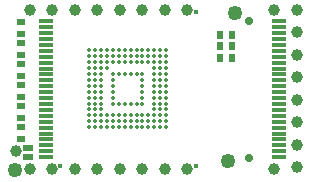
<source format=gbr>
%TF.GenerationSoftware,KiCad,Pcbnew,5.1.0-rc2-unknown-036be7d~80~ubuntu16.04.1*%
%TF.CreationDate,2022-06-01T13:33:31+03:00*%
%TF.ProjectId,Flash-e_Rev_C,466c6173-682d-4655-9f52-65765f432e6b,A*%
%TF.SameCoordinates,Original*%
%TF.FileFunction,Soldermask,Top*%
%TF.FilePolarity,Negative*%
%FSLAX46Y46*%
G04 Gerber Fmt 4.6, Leading zero omitted, Abs format (unit mm)*
G04 Created by KiCad (PCBNEW 5.1.0-rc2-unknown-036be7d~80~ubuntu16.04.1) date 2022-06-01 13:33:31*
%MOMM*%
%LPD*%
G04 APERTURE LIST*
%ADD10C,0.701600*%
%ADD11C,0.350000*%
%ADD12C,0.400000*%
%ADD13R,1.300000X0.350000*%
%ADD14C,1.001600*%
%ADD15R,0.863600X0.609600*%
%ADD16C,1.254000*%
%ADD17R,0.651600X0.601600*%
%ADD18R,0.601600X0.651600*%
G04 APERTURE END LIST*
D10*
%TO.C,Flash_CON1*%
X152630000Y-85640000D03*
X152630000Y-97240000D03*
%TD*%
D11*
%TO.C,U2*%
X139150000Y-88150000D03*
X139650000Y-88150000D03*
X140150000Y-88150000D03*
X140650000Y-88150000D03*
X141150000Y-88150000D03*
X141650000Y-88150000D03*
X142150000Y-88150000D03*
X142650000Y-88150000D03*
X143150000Y-88150000D03*
X143650000Y-88150000D03*
X144150000Y-88150000D03*
X145650000Y-88150000D03*
X145150000Y-88150000D03*
X144650000Y-88150000D03*
X144650000Y-88650000D03*
X145150000Y-88650000D03*
X145650000Y-88650000D03*
X144150000Y-88650000D03*
X143650000Y-88650000D03*
X143150000Y-88650000D03*
X142650000Y-88650000D03*
X142150000Y-88650000D03*
X141650000Y-88650000D03*
X141150000Y-88650000D03*
X140650000Y-88650000D03*
X140150000Y-88650000D03*
X139650000Y-88650000D03*
X139150000Y-88650000D03*
X139150000Y-89150000D03*
X139650000Y-89150000D03*
X140150000Y-89150000D03*
X140650000Y-89150000D03*
X141150000Y-89150000D03*
X141650000Y-89150000D03*
X142150000Y-89150000D03*
X142650000Y-89150000D03*
X143150000Y-89150000D03*
X143650000Y-89150000D03*
X144150000Y-89150000D03*
X145650000Y-89150000D03*
X145150000Y-89150000D03*
X144650000Y-89150000D03*
X144650000Y-89650000D03*
X145150000Y-89650000D03*
X145650000Y-89650000D03*
X140650000Y-89650000D03*
X140150000Y-89650000D03*
X139650000Y-89650000D03*
X139150000Y-89650000D03*
X144650000Y-90150000D03*
X145150000Y-90150000D03*
X145650000Y-90150000D03*
X143650000Y-90150000D03*
X143150000Y-90150000D03*
X142650000Y-90150000D03*
X142150000Y-90150000D03*
X141650000Y-90150000D03*
X141150000Y-90150000D03*
X140150000Y-90150000D03*
X139650000Y-90150000D03*
X139150000Y-90150000D03*
X139150000Y-90650000D03*
X139650000Y-90650000D03*
X140150000Y-90650000D03*
X141150000Y-90650000D03*
X143650000Y-90650000D03*
X145650000Y-90650000D03*
X145150000Y-90650000D03*
X144650000Y-90650000D03*
X144650000Y-91150000D03*
X145150000Y-91150000D03*
X145650000Y-91150000D03*
X143650000Y-91150000D03*
X141150000Y-91150000D03*
X140150000Y-91150000D03*
X139650000Y-91150000D03*
X139150000Y-91150000D03*
X139150000Y-92150000D03*
X139650000Y-92150000D03*
X140150000Y-92150000D03*
X141150000Y-92150000D03*
X143650000Y-92150000D03*
X145650000Y-92150000D03*
X145150000Y-92150000D03*
X144650000Y-92150000D03*
X144650000Y-91650000D03*
X145150000Y-91650000D03*
X145650000Y-91650000D03*
X143650000Y-91650000D03*
X141150000Y-91650000D03*
X140150000Y-91650000D03*
X139650000Y-91650000D03*
X139150000Y-91650000D03*
X139150000Y-92650000D03*
X139650000Y-92650000D03*
X140150000Y-92650000D03*
X141150000Y-92650000D03*
X141650000Y-92650000D03*
X142150000Y-92650000D03*
X142650000Y-92650000D03*
X143150000Y-92650000D03*
X143650000Y-92650000D03*
X145650000Y-92650000D03*
X145150000Y-92650000D03*
X144650000Y-92650000D03*
X139150000Y-93150000D03*
X139650000Y-93150000D03*
X140150000Y-93150000D03*
X145650000Y-93150000D03*
X145150000Y-93150000D03*
X144650000Y-93150000D03*
X144650000Y-94650000D03*
X145150000Y-94650000D03*
X145650000Y-94650000D03*
X144150000Y-94650000D03*
X143650000Y-94650000D03*
X143150000Y-94650000D03*
X142650000Y-94650000D03*
X142150000Y-94650000D03*
X141650000Y-94650000D03*
X141150000Y-94650000D03*
X140650000Y-94650000D03*
X140150000Y-94650000D03*
X139650000Y-94650000D03*
X139150000Y-94650000D03*
X139150000Y-94150000D03*
X139650000Y-94150000D03*
X140150000Y-94150000D03*
X140650000Y-94150000D03*
X141150000Y-94150000D03*
X141650000Y-94150000D03*
X142150000Y-94150000D03*
X142650000Y-94150000D03*
X143150000Y-94150000D03*
X143650000Y-94150000D03*
X144150000Y-94150000D03*
X145650000Y-94150000D03*
X145150000Y-94150000D03*
X144650000Y-94150000D03*
X144650000Y-93650000D03*
X145150000Y-93650000D03*
X145650000Y-93650000D03*
X144150000Y-93650000D03*
X143650000Y-93650000D03*
X143150000Y-93650000D03*
X142650000Y-93650000D03*
X142150000Y-93650000D03*
X141650000Y-93650000D03*
X141150000Y-93650000D03*
X140650000Y-93650000D03*
X140150000Y-93650000D03*
X139650000Y-93650000D03*
X139150000Y-93650000D03*
D12*
X148150000Y-84900000D03*
X148150000Y-97900000D03*
X136650000Y-97900000D03*
%TD*%
D13*
%TO.C,U1*%
X155251500Y-85690000D03*
X155251500Y-86190000D03*
X155251500Y-86690000D03*
X155251500Y-87190000D03*
X155251500Y-87690000D03*
X155251500Y-88190000D03*
X155251500Y-88690000D03*
X155251500Y-89190000D03*
X155251500Y-89690000D03*
X155251500Y-90190000D03*
X155251500Y-90690000D03*
X155251500Y-91190000D03*
X155251500Y-91690000D03*
X155251500Y-92190000D03*
X155251500Y-92690000D03*
X155251500Y-93190000D03*
X155251500Y-93690000D03*
X155251500Y-94190000D03*
X155251500Y-94690000D03*
X155251500Y-95190000D03*
X155251500Y-95690000D03*
X155251500Y-96190000D03*
X155251500Y-96690000D03*
X155251500Y-97190000D03*
X135451500Y-97190000D03*
X135451500Y-96690000D03*
X135451500Y-96190000D03*
X135451500Y-95690000D03*
X135451500Y-95190000D03*
X135451500Y-94690000D03*
X135451500Y-94190000D03*
X135451500Y-93690000D03*
X135451500Y-93190000D03*
X135451500Y-92690000D03*
X135451500Y-92190000D03*
X135451500Y-91690000D03*
X135451500Y-91190000D03*
X135451500Y-90690000D03*
X135451500Y-90190000D03*
X135451500Y-89690000D03*
X135451500Y-89190000D03*
X135451500Y-88690000D03*
X135451500Y-88190000D03*
X135451500Y-87690000D03*
X135451500Y-87190000D03*
X135451500Y-86690000D03*
X135451500Y-86190000D03*
X135451500Y-85690000D03*
%TD*%
D14*
%TO.C,TESTPAD7*%
X156718000Y-88519000D03*
%TD*%
D15*
%TO.C,NAND_WP1*%
X133985000Y-96393000D03*
X133985000Y-97155000D03*
%TD*%
D16*
%TO.C,FID1*%
X151511000Y-84963000D03*
%TD*%
%TO.C,FID2*%
X132842000Y-98298000D03*
%TD*%
D17*
%TO.C,C1*%
X133350000Y-93853000D03*
X133350000Y-92837000D03*
%TD*%
%TO.C,C2*%
X133350000Y-92075000D03*
X133350000Y-91059000D03*
%TD*%
%TO.C,R2*%
X133350000Y-94615000D03*
X133350000Y-95631000D03*
%TD*%
%TO.C,R3*%
X133350000Y-89281000D03*
X133350000Y-90297000D03*
%TD*%
%TO.C,R1*%
X133350000Y-87503000D03*
X133350000Y-88519000D03*
%TD*%
D18*
%TO.C,R10*%
X151257000Y-88773000D03*
X150241000Y-88773000D03*
%TD*%
%TO.C,C12*%
X151257000Y-86868000D03*
X150241000Y-86868000D03*
%TD*%
D16*
%TO.C,FID5*%
X150876000Y-97536000D03*
%TD*%
D17*
%TO.C,C13*%
X133350000Y-86741000D03*
X133350000Y-85725000D03*
%TD*%
D14*
%TO.C,TESTPAD1*%
X154813000Y-98171000D03*
%TD*%
%TO.C,TESTPAD2*%
X156718000Y-98044000D03*
%TD*%
%TO.C,TESTPAD3*%
X156718000Y-96139000D03*
%TD*%
%TO.C,TESTPAD4*%
X156718000Y-94234000D03*
%TD*%
%TO.C,TESTPAD5*%
X156718000Y-92329000D03*
%TD*%
%TO.C,TESTPAD6*%
X156718000Y-90424000D03*
%TD*%
%TO.C,TESTPAD8*%
X156718000Y-86614000D03*
%TD*%
%TO.C,TESTPAD9*%
X154813000Y-84709000D03*
%TD*%
%TO.C,TESTPAD10*%
X156718000Y-84709000D03*
%TD*%
%TO.C,TESTPAD11*%
X143637000Y-84709000D03*
%TD*%
%TO.C,TESTPAD12*%
X141732000Y-84709000D03*
%TD*%
%TO.C,TESTPAD13*%
X147447000Y-84709000D03*
%TD*%
%TO.C,TESTPAD14*%
X145542000Y-84709000D03*
%TD*%
%TO.C,TESTPAD15*%
X139827000Y-84709000D03*
%TD*%
%TO.C,TESTPAD16*%
X137922000Y-84709000D03*
%TD*%
%TO.C,TESTPAD17*%
X136017000Y-84709000D03*
%TD*%
%TO.C,TESTPAD18*%
X134112000Y-84709000D03*
%TD*%
%TO.C,TESTPAD19*%
X134112000Y-98171000D03*
%TD*%
%TO.C,TESTPAD20*%
X136017000Y-98171000D03*
%TD*%
%TO.C,TESTPAD21*%
X137922000Y-98171000D03*
%TD*%
%TO.C,TESTPAD22*%
X139827000Y-98171000D03*
%TD*%
%TO.C,TESTPAD23*%
X141732000Y-98171000D03*
%TD*%
%TO.C,TESTPAD24*%
X143637000Y-98171000D03*
%TD*%
%TO.C,TESTPAD25*%
X145542000Y-98171000D03*
%TD*%
%TO.C,TESTPAD26*%
X147447000Y-98171000D03*
%TD*%
%TO.C,TESTPAD27*%
X132969000Y-96647000D03*
%TD*%
D18*
%TO.C,R11*%
X150241000Y-87757000D03*
X151257000Y-87757000D03*
%TD*%
M02*

</source>
